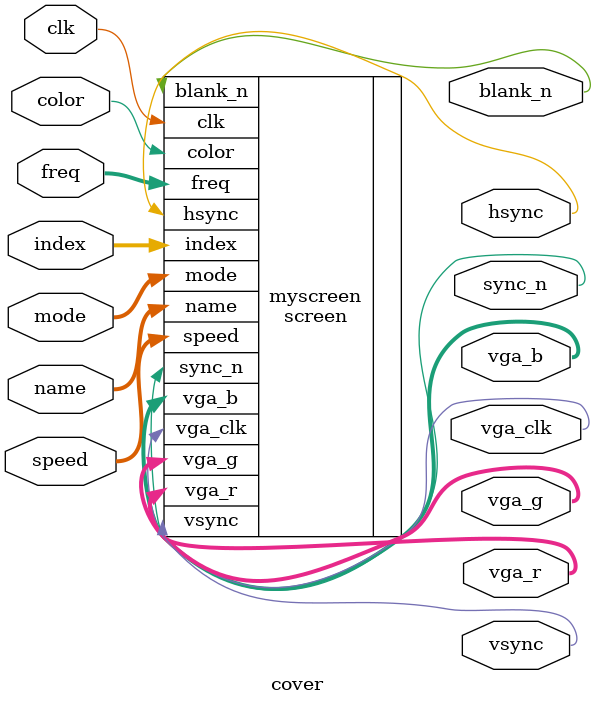
<source format=v>
module cover(
//clock
input clk,
//music

input [15:0]freq,
input [10:0]index,
input [1:0]name,
input [1:0]mode,
input [1:0]speed,
input color,
//test
//input [5:0]test,
//screen
output hsync,
output vsync,
output sync_n,
output blank_n,
output [7:0] vga_r,
output [7:0] vga_g,
output [7:0] vga_b,
output vga_clk
);

//test
/*
wire [15:0]freq=test[0]?270:1000;
wire [10:0]index=test[1]?59:33;
wire [1:0]name=test[2]?2'b00:2'b01;
wire [1:0]mode=test[3]?2'b00:2'b01;
wire [1:0]speed=test[4]?2'b00:2'b01;
wire color=test[5]?1'b0:1'b1;
*/
screen myscreen(
.clk(clk), //时钟
.hsync(hsync),
.vsync(vsync),
.sync_n(sync_n),
.blank_n(blank_n),
.vga_r(vga_r),
.vga_g(vga_g),
.vga_b(vga_b),
.vga_clk(vga_clk),
.freq(freq),
.index(index),
.name(name),
.mode(mode),
.speed(speed),
.color(color)
);

endmodule

</source>
